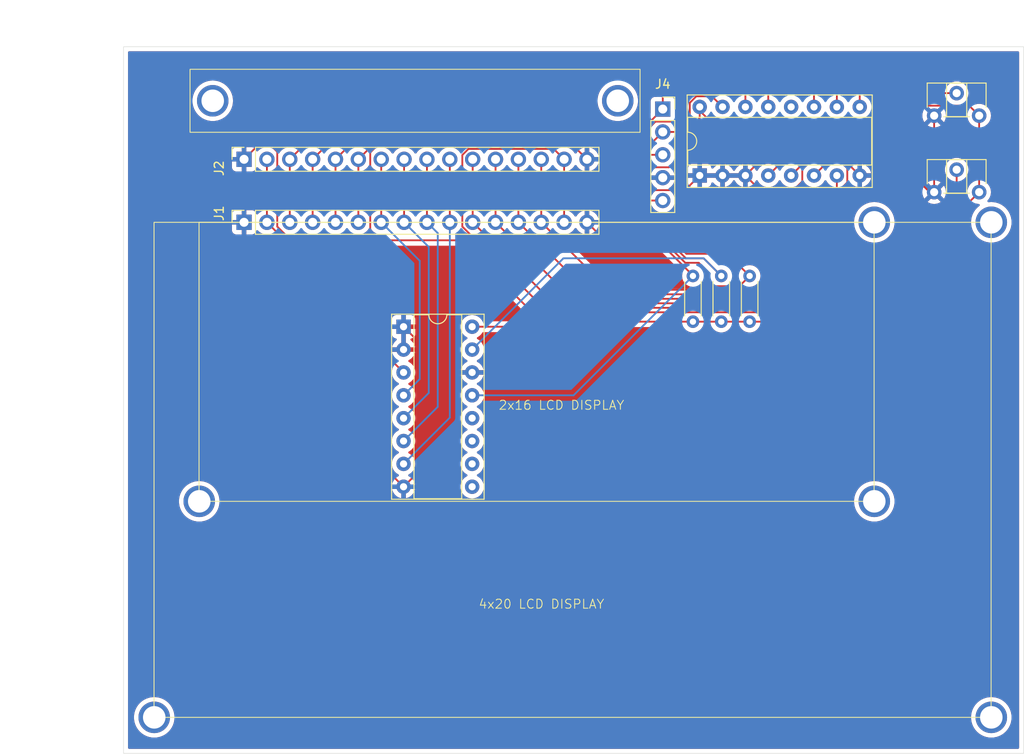
<source format=kicad_pcb>
(kicad_pcb (version 20240108) (generator "pcbnew") (generator_version "8.0")
  (layers (0 "F.Cu" signal) (31 "B.Cu" signal) (34 "B.Paste" user) (35 "F.Paste" user) (36 "B.SilkS" user "B.Silkscreen") (37 "F.SilkS" user "F.Silkscreen") (38 "B.Mask" user) (39 "F.Mask" user) (44 "Edge.Cuts" user))
  (net 0 "")
  (net 1 "GND")
  (net 2 "Net-(J1-Pin_6)")
  (net 3 "VDD")
  (net 4 "Net-(J4-Pin_SCL)")
  (net 5 "Net-(J4-Pin_GND)")
  (net 6 "Net-(J1-Pin_10)")
  (net 7 "Net-(J4-Pin_VDD)")
  (net 8 "Net-(J1-Pin_9)")
  (net 9 "Net-(J1-Pin_14)")
  (net 10 "Net-(J1-Pin_15)")
  (net 12 "Net-(J1-Pin_11)")
  (net 13 "Net-(J1-Pin_5)")
  (net 14 "Net-(J1-Pin_12)")
  (net 15 "Net-(J1-Pin_8)")
  (net 16 "Net-(J1-Pin_7)")
  (net 17 "Net-(J1-Pin_3)")
  (net 18 "Net-(J1-Pin_4)")
  (net 19 "Net-(J1-Pin_13)")
  (footprint "Connector_PinSocket_2.54mm:PinSocket_1x16_P2.54mm_Vertical" (layer "F.Cu") (at 59.48 83 90)
    (property "Reference" "J1" (at 1 -2.77 90) (layer "F.SilkS"))
    (property "Value" "Conn_01x16_Pin" (hide yes))
    (fp_line (start 1.33 -1.33) (end 1.33 0) (stroke (width 0.12)) (layer "F.SilkS"))
    (fp_line (start 0 -1.33) (end 1.33 -1.33) (stroke (width 0.12)) (layer "F.SilkS"))
    (fp_line (start 1.33 1.27) (end 1.33 39.43) (stroke (width 0.12)) (layer "F.SilkS"))
    (fp_line (start -1.33 1.27) (end 1.33 1.27) (stroke (width 0.12)) (layer "F.SilkS"))
    (fp_line (start -1.33 1.27) (end -1.33 39.43) (stroke (width 0.12)) (layer "F.SilkS"))
    (fp_line (start -1.33 39.43) (end 1.33 39.43) (stroke (width 0.12)) (layer "F.SilkS"))
    (pad "1" thru_hole rect (at 0 0 90) (size 1.7 1.7) (drill 1) (layers "*.Cu" "*.Mask") (net 1 "GND"))
    (pad "2" thru_hole oval (at 0 2.54 90) (size 1.7 1.7) (drill 1) (layers "*.Cu" "*.Mask") (net 3 "VDD"))
    (pad "3" thru_hole oval (at 0 5.08 90) (size 1.7 1.7) (drill 1) (layers "*.Cu" "*.Mask") (net 17 "Net-(J1-Pin_3)"))
    (pad "4" thru_hole oval (at 0 7.62 90) (size 1.7 1.7) (drill 1) (layers "*.Cu" "*.Mask") (net 18 "Net-(J1-Pin_4)"))
    (pad "5" thru_hole oval (at 0 10.16 90) (size 1.7 1.7) (drill 1) (layers "*.Cu" "*.Mask") (net 13 "Net-(J1-Pin_5)"))
    (pad "6" thru_hole oval (at 0 12.7 90) (size 1.7 1.7) (drill 1) (layers "*.Cu" "*.Mask") (net 2 "Net-(J1-Pin_6)"))
    (pad "7" thru_hole oval (at 0 15.24 90) (size 1.7 1.7) (drill 1) (layers "*.Cu" "*.Mask") (net 16 "Net-(J1-Pin_7)"))
    (pad "8" thru_hole oval (at 0 17.78 90) (size 1.7 1.7) (drill 1) (layers "*.Cu" "*.Mask") (net 15 "Net-(J1-Pin_8)"))
    (pad "9" thru_hole oval (at 0 20.32 90) (size 1.7 1.7) (drill 1) (layers "*.Cu" "*.Mask") (net 8 "Net-(J1-Pin_9)"))
    (pad "10" thru_hole oval (at 0 22.86 90) (size 1.7 1.7) (drill 1) (layers "*.Cu" "*.Mask") (net 6 "Net-(J1-Pin_10)"))
    (pad "11" thru_hole oval (at 0 25.4 90) (size 1.7 1.7) (drill 1) (layers "*.Cu" "*.Mask") (net 12 "Net-(J1-Pin_11)"))
    (pad "12" thru_hole oval (at 0 27.94 90) (size 1.7 1.7) (drill 1) (layers "*.Cu" "*.Mask") (net 14 "Net-(J1-Pin_12)"))
    (pad "13" thru_hole oval (at 0 30.48 90) (size 1.7 1.7) (drill 1) (layers "*.Cu" "*.Mask") (net 19 "Net-(J1-Pin_13)"))
    (pad "14" thru_hole oval (at 0 33.02 90) (size 1.7 1.7) (drill 1) (layers "*.Cu" "*.Mask") (net 9 "Net-(J1-Pin_14)"))
    (pad "15" thru_hole oval (at 0 35.56 90) (size 1.7 1.7) (drill 1) (layers "*.Cu" "*.Mask") (net 10 "Net-(J1-Pin_15)"))
    (pad "16" thru_hole oval (at 0 38.1 90) (size 1.7 1.7) (drill 1) (layers "*.Cu" "*.Mask") (net 1 "GND"))
  )
  (footprint "Potentiometer_THT:Potentiometer_ACP_CA6-H2,5_Horizontal" (layer "F.Cu") (at 136.15 79.65 90)
    (property "Reference" "RV2" (hide yes))
    (property "Value" "10k")
    (fp_line (start 3.62 -0.77) (end 3.62 5.77) (stroke (width 0.12)) (layer "F.SilkS"))
    (fp_line (start 0.925 -0.77) (end 3.62 -0.77) (stroke (width 0.12)) (layer "F.SilkS"))
    (fp_line (start -0.121 1.066) (end -0.121 3.935) (stroke (width 0.12)) (layer "F.SilkS"))
    (fp_line (start 3.62 1.38) (end 3.62 3.62) (stroke (width 0.12)) (layer "F.SilkS"))
    (fp_line (start -0.121 1.38) (end 3.62 1.38) (stroke (width 0.12)) (layer "F.SilkS"))
    (fp_line (start -0.121 1.38) (end -0.121 3.62) (stroke (width 0.12)) (layer "F.SilkS"))
    (fp_line (start -0.121 3.62) (end 3.62 3.62) (stroke (width 0.12)) (layer "F.SilkS"))
    (fp_line (start 0.925 5.77) (end 3.62 5.77) (stroke (width 0.12)) (layer "F.SilkS"))
    (pad "1" thru_hole circle (at 0 0 90) (size 1.62 1.62) (drill 0.9) (layers "*.Cu" "*.Mask") (net 1 "GND"))
    (pad "2" thru_hole circle (at 2.5 2.5 90) (size 1.62 1.62) (drill 0.9) (layers "*.Cu" "*.Mask") (net 10 "Net-(J1-Pin_15)"))
    (pad "3" thru_hole circle (at 0 5 90) (size 1.62 1.62) (drill 0.9) (layers "*.Cu" "*.Mask") (net 3 "VDD"))
  )
  (footprint "Resistor_THT:R_Axial_DIN0204_L3.6mm_D1.6mm_P5.08mm_Horizontal" (layer "F.Cu") (at 109.35 94.04 90)
    (property "Reference" "R3" (hide yes))
    (property "Value" "10k")
    (fp_line (start 0.62 -0.92) (end 4.46 -0.92) (stroke (width 0.12)) (layer "F.SilkS"))
    (fp_line (start 0.62 0.92) (end 4.46 0.92) (stroke (width 0.12)) (layer "F.SilkS"))
    (pad "1" thru_hole circle (at 0 0 90) (size 1.4 1.4) (drill 0.7) (layers "*.Cu" "*.Mask") (net 3 "VDD"))
    (pad "2" thru_hole oval (at 5.08 0 90) (size 1.4 1.4) (drill 0.7) (layers "*.Cu" "*.Mask") (net 7 "Net-(J4-Pin_VDD)"))
  )
  (footprint "Connector_PinSocket_2.54mm:PinSocket_1x05_P2.54mm_Vertical" (layer "F.Cu") (at 106 70.42)
    (property "Reference" "J4" (at 0 -2.77 0) (layer "F.SilkS"))
    (property "Value" "Conn_01x05_Socket" (hide yes))
    (fp_line (start -1.33 1.27) (end -1.33 11.49) (stroke (width 0.12)) (layer "F.SilkS"))
    (fp_line (start -1.33 1.27) (end 1.33 1.27) (stroke (width 0.12)) (layer "F.SilkS"))
    (fp_line (start -1.33 11.49) (end 1.33 11.49) (stroke (width 0.12)) (layer "F.SilkS"))
    (fp_line (start 0 -1.33) (end 1.33 -1.33) (stroke (width 0.12)) (layer "F.SilkS"))
    (fp_line (start 1.33 -1.33) (end 1.33 0) (stroke (width 0.12)) (layer "F.SilkS"))
    (fp_line (start 1.33 1.27) (end 1.33 11.49) (stroke (width 0.12)) (layer "F.SilkS"))
    (pad "1" thru_hole rect (at 0 0) (size 1.7 1.7) (drill 1) (layers "*.Cu" "*.Mask") (net 7 "Net-(J4-Pin_VDD)"))
    (pad "2" thru_hole oval (at 0 2.54) (size 1.7 1.7) (drill 1) (layers "*.Cu" "*.Mask") (net 5 "Net-(J4-Pin_GND)"))
    (pad "3" thru_hole oval (at 0 5.08) (size 1.7 1.7) (drill 1) (layers "*.Cu" "*.Mask") (net 4 "Net-(J4-Pin_SCL)"))
    (pad "4" thru_hole oval (at 0 7.62) (size 1.7 1.7) (drill 1) (layers "*.Cu" "*.Mask") (net 1 "GND"))
    (pad "5" thru_hole oval (at 0 10.16) (size 1.7 1.7) (drill 1) (layers "*.Cu" "*.Mask") (net 3 "VDD"))
  )
  (footprint "Package_DIP:DIP-16_W7.62mm_Socket" (layer "F.Cu") (at 110.1 77.8 90)
    (property "Reference" "U1" (hide yes))
    (property "Value" "PCF8574A")
    (fp_line (start 8.95 -1.39) (end -1.33 -1.39) (stroke (width 0.12)) (layer "F.SilkS"))
    (fp_line (start -1.33 -1.39) (end -1.33 19.17) (stroke (width 0.12)) (layer "F.SilkS"))
    (fp_line (start 6.46 -1.33) (end 4.81 -1.33) (stroke (width 0.12)) (layer "F.SilkS"))
    (fp_line (start 2.81 -1.33) (end 1.16 -1.33) (stroke (width 0.12)) (layer "F.SilkS"))
    (fp_line (start 1.16 -1.33) (end 1.16 19.11) (stroke (width 0.12)) (layer "F.SilkS"))
    (fp_line (start 6.46 19.11) (end 6.46 -1.33) (stroke (width 0.12)) (layer "F.SilkS"))
    (fp_line (start 1.16 19.11) (end 6.46 19.11) (stroke (width 0.12)) (layer "F.SilkS"))
    (fp_line (start 8.95 19.17) (end 8.95 -1.39) (stroke (width 0.12)) (layer "F.SilkS"))
    (fp_line (start -1.33 19.17) (end 8.95 19.17) (stroke (width 0.12)) (layer "F.SilkS"))
    (fp_arc (start 4.81 -1.33) (mid 3.81 -0.33) (end 2.81 -1.33) (stroke (width 0.12)) (layer "F.SilkS"))
    (pad "1" thru_hole rect (at 0 0 90) (size 1.6 1.6) (drill 0.8) (layers "*.Cu" "*.Mask") (net 1 "GND"))
    (pad "2" thru_hole oval (at 0 2.54 90) (size 1.6 1.6) (drill 0.8) (layers "*.Cu" "*.Mask") (net 1 "GND"))
    (pad "3" thru_hole oval (at 0 5.08 90) (size 1.6 1.6) (drill 0.8) (layers "*.Cu" "*.Mask") (net 1 "GND"))
    (pad "4" thru_hole oval (at 0 7.62 90) (size 1.6 1.6) (drill 0.8) (layers "*.Cu" "*.Mask") (net 12 "Net-(J1-Pin_11)"))
    (pad "5" thru_hole oval (at 0 10.16 90) (size 1.6 1.6) (drill 0.8) (layers "*.Cu" "*.Mask") (net 14 "Net-(J1-Pin_12)"))
    (pad "6" thru_hole oval (at 0 12.7 90) (size 1.6 1.6) (drill 0.8) (layers "*.Cu" "*.Mask") (net 19 "Net-(J1-Pin_13)"))
    (pad "7" thru_hole oval (at 0 15.24 90) (size 1.6 1.6) (drill 0.8) (layers "*.Cu" "*.Mask") (net 9 "Net-(J1-Pin_14)"))
    (pad "8" thru_hole oval (at 0 17.78 90) (size 1.6 1.6) (drill 0.8) (layers "*.Cu" "*.Mask") (net 1 "GND"))
    (pad "9" thru_hole oval (at 7.62 17.78 90) (size 1.6 1.6) (drill 0.8) (layers "*.Cu" "*.Mask") (net 18 "Net-(J1-Pin_4)"))
    (pad "10" thru_hole oval (at 7.62 15.24 90) (size 1.6 1.6) (drill 0.8) (layers "*.Cu" "*.Mask") (net 13 "Net-(J1-Pin_5)"))
    (pad "11" thru_hole oval (at 7.62 12.7 90) (size 1.6 1.6) (drill 0.8) (layers "*.Cu" "*.Mask") (net 2 "Net-(J1-Pin_6)"))
    (pad "12" thru_hole oval (at 7.62 10.16 90) (size 1.6 1.6) (drill 0.8) (layers "*.Cu" "*.Mask"))
    (pad "13" thru_hole oval (at 7.62 7.62 90) (size 1.6 1.6) (drill 0.8) (layers "*.Cu" "*.Mask") (net 7 "Net-(J4-Pin_VDD)"))
    (pad "14" thru_hole oval (at 7.62 5.08 90) (size 1.6 1.6) (drill 0.8) (layers "*.Cu" "*.Mask") (net 4 "Net-(J4-Pin_SCL)"))
    (pad "15" thru_hole oval (at 7.62 2.54 90) (size 1.6 1.6) (drill 0.8) (layers "*.Cu" "*.Mask") (net 5 "Net-(J4-Pin_GND)"))
    (pad "16" thru_hole oval (at 7.62 0 90) (size 1.6 1.6) (drill 0.8) (layers "*.Cu" "*.Mask") (net 3 "VDD"))
  )
  (footprint "Resistor_THT:R_Axial_DIN0204_L3.6mm_D1.6mm_P5.08mm_Horizontal" (layer "F.Cu") (at 112.5 94.04 90)
    (property "Reference" "R2" (hide yes))
    (property "Value" "10k")
    (fp_line (start 0.62 -0.92) (end 4.46 -0.92) (stroke (width 0.12)) (layer "F.SilkS"))
    (fp_line (start 0.62 0.92) (end 4.46 0.92) (stroke (width 0.12)) (layer "F.SilkS"))
    (pad "1" thru_hole circle (at 0 0 90) (size 1.4 1.4) (drill 0.7) (layers "*.Cu" "*.Mask") (net 3 "VDD"))
    (pad "2" thru_hole oval (at 5.08 0 90) (size 1.4 1.4) (drill 0.7) (layers "*.Cu" "*.Mask") (net 5 "Net-(J4-Pin_GND)"))
  )
  (footprint "Resistor_THT:R_Axial_DIN0204_L3.6mm_D1.6mm_P5.08mm_Horizontal" (layer "F.Cu") (at 115.65 94.04 90)
    (property "Reference" "R1" (hide yes))
    (property "Value" "10k")
    (fp_line (start 0.62 -0.92) (end 4.46 -0.92) (stroke (width 0.12)) (layer "F.SilkS"))
    (fp_line (start 0.62 0.92) (end 4.46 0.92) (stroke (width 0.12)) (layer "F.SilkS"))
    (pad "1" thru_hole circle (at 0 0 90) (size 1.4 1.4) (drill 0.7) (layers "*.Cu" "*.Mask") (net 3 "VDD"))
    (pad "2" thru_hole oval (at 5.08 0 90) (size 1.4 1.4) (drill 0.7) (layers "*.Cu" "*.Mask") (net 4 "Net-(J4-Pin_SCL)"))
  )
  (footprint "Connector_PinSocket_2.54mm:PinSocket_1x16_P2.54mm_Vertical" (layer "F.Cu") (at 59.48 76 90)
    (property "Reference" "J2" (at -1 -2.77 90) (layer "F.SilkS"))
    (property "Value" "Conn_01x16_Pin" (hide yes))
    (fp_line (start 1.33 -1.33) (end 1.33 0) (stroke (width 0.12)) (layer "F.SilkS"))
    (fp_line (start 0 -1.33) (end 1.33 -1.33) (stroke (width 0.12)) (layer "F.SilkS"))
    (fp_line (start 1.33 1.27) (end 1.33 39.43) (stroke (width 0.12)) (layer "F.SilkS"))
    (fp_line (start -1.33 1.27) (end 1.33 1.27) (stroke (width 0.12)) (layer "F.SilkS"))
    (fp_line (start -1.33 1.27) (end -1.33 39.43) (stroke (width 0.12)) (layer "F.SilkS"))
    (fp_line (start -1.33 39.43) (end 1.33 39.43) (stroke (width 0.12)) (layer "F.SilkS"))
    (pad "1" thru_hole rect (at 0 0 90) (size 1.7 1.7) (drill 1) (layers "*.Cu" "*.Mask") (net 1 "GND"))
    (pad "2" thru_hole oval (at 0 2.54 90) (size 1.7 1.7) (drill 1) (layers "*.Cu" "*.Mask") (net 3 "VDD"))
    (pad "3" thru_hole oval (at 0 5.08 90) (size 1.7 1.7) (drill 1) (layers "*.Cu" "*.Mask") (net 17 "Net-(J1-Pin_3)"))
    (pad "4" thru_hole oval (at 0 7.62 90) (size 1.7 1.7) (drill 1) (layers "*.Cu" "*.Mask") (net 18 "Net-(J1-Pin_4)"))
    (pad "5" thru_hole oval (at 0 10.16 90) (size 1.7 1.7) (drill 1) (layers "*.Cu" "*.Mask") (net 13 "Net-(J1-Pin_5)"))
    (pad "6" thru_hole oval (at 0 12.7 90) (size 1.7 1.7) (drill 1) (layers "*.Cu" "*.Mask") (net 2 "Net-(J1-Pin_6)"))
    (pad "7" thru_hole oval (at 0 15.24 90) (size 1.7 1.7) (drill 1) (layers "*.Cu" "*.Mask") (net 16 "Net-(J1-Pin_7)"))
    (pad "8" thru_hole oval (at 0 17.78 90) (size 1.7 1.7) (drill 1) (layers "*.Cu" "*.Mask") (net 15 "Net-(J1-Pin_8)"))
    (pad "9" thru_hole oval (at 0 20.32 90) (size 1.7 1.7) (drill 1) (layers "*.Cu" "*.Mask") (net 8 "Net-(J1-Pin_9)"))
    (pad "10" thru_hole oval (at 0 22.86 90) (size 1.7 1.7) (drill 1) (layers "*.Cu" "*.Mask") (net 6 "Net-(J1-Pin_10)"))
    (pad "11" thru_hole oval (at 0 25.4 90) (size 1.7 1.7) (drill 1) (layers "*.Cu" "*.Mask") (net 12 "Net-(J1-Pin_11)"))
    (pad "12" thru_hole oval (at 0 27.94 90) (size 1.7 1.7) (drill 1) (layers "*.Cu" "*.Mask") (net 14 "Net-(J1-Pin_12)"))
    (pad "13" thru_hole oval (at 0 30.48 90) (size 1.7 1.7) (drill 1) (layers "*.Cu" "*.Mask") (net 19 "Net-(J1-Pin_13)"))
    (pad "14" thru_hole oval (at 0 33.02 90) (size 1.7 1.7) (drill 1) (layers "*.Cu" "*.Mask") (net 9 "Net-(J1-Pin_14)"))
    (pad "15" thru_hole oval (at 0 35.56 90) (size 1.7 1.7) (drill 1) (layers "*.Cu" "*.Mask") (net 10 "Net-(J1-Pin_15)"))
    (pad "16" thru_hole oval (at 0 38.1 90) (size 1.7 1.7) (drill 1) (layers "*.Cu" "*.Mask") (net 1 "GND"))
  )
  (footprint "Package_DIP:DIP-16_W7.62mm_Socket" (layer "F.Cu") (at 77.2 94.6)
    (property "Reference" "U2" (hide yes))
    (property "Value" "PCF8574A")
    (fp_line (start -1.33 -1.39) (end -1.33 19.17) (stroke (width 0.12)) (layer "F.SilkS"))
    (fp_line (start -1.33 19.17) (end 8.95 19.17) (stroke (width 0.12)) (layer "F.SilkS"))
    (fp_line (start 1.16 -1.33) (end 1.16 19.11) (stroke (width 0.12)) (layer "F.SilkS"))
    (fp_line (start 1.16 19.11) (end 6.46 19.11) (stroke (width 0.12)) (layer "F.SilkS"))
    (fp_line (start 2.81 -1.33) (end 1.16 -1.33) (stroke (width 0.12)) (layer "F.SilkS"))
    (fp_line (start 6.46 -1.33) (end 4.81 -1.33) (stroke (width 0.12)) (layer "F.SilkS"))
    (fp_line (start 6.46 19.11) (end 6.46 -1.33) (stroke (width 0.12)) (layer "F.SilkS"))
    (fp_line (start 8.95 -1.39) (end -1.33 -1.39) (stroke (width 0.12)) (layer "F.SilkS"))
    (fp_line (start 8.95 19.17) (end 8.95 -1.39) (stroke (width 0.12)) (layer "F.SilkS"))
    (fp_arc (start 4.81 -1.33) (mid 3.81 -0.33) (end 2.81 -1.33) (stroke (width 0.12)) (layer "F.SilkS"))
    (pad "1" thru_hole rect (at 0 0) (size 1.6 1.6) (drill 0.8) (layers "*.Cu" "*.Mask") (net 1 "GND"))
    (pad "2" thru_hole oval (at 0 2.54) (size 1.6 1.6) (drill 0.8) (layers "*.Cu" "*.Mask") (net 1 "GND"))
    (pad "3" thru_hole oval (at 0 5.08) (size 1.6 1.6) (drill 0.8) (layers "*.Cu" "*.Mask") (net 3 "VDD"))
    (pad "4" thru_hole oval (at 0 7.62) (size 1.6 1.6) (drill 0.8) (layers "*.Cu" "*.Mask") (net 16 "Net-(J1-Pin_7)"))
    (pad "5" thru_hole oval (at 0 10.16) (size 1.6 1.6) (drill 0.8) (layers "*.Cu" "*.Mask") (net 15 "Net-(J1-Pin_8)"))
    (pad "6" thru_hole oval (at 0 12.7) (size 1.6 1.6) (drill 0.8) (layers "*.Cu" "*.Mask") (net 8 "Net-(J1-Pin_9)"))
    (pad "7" thru_hole oval (at 0 15.24) (size 1.6 1.6) (drill 0.8) (layers "*.Cu" "*.Mask") (net 6 "Net-(J1-Pin_10)"))
    (pad "8" thru_hole oval (at 0 17.78) (size 1.6 1.6) (drill 0.8) (layers "*.Cu" "*.Mask") (net 1 "GND"))
    (pad "9" thru_hole oval (at 7.62 17.78) (size 1.6 1.6) (drill 0.8) (layers "*.Cu" "*.Mask"))
    (pad "10" thru_hole oval (at 7.62 15.24) (size 1.6 1.6) (drill 0.8) (layers "*.Cu" "*.Mask"))
    (pad "11" thru_hole oval (at 7.62 12.7) (size 1.6 1.6) (drill 0.8) (layers "*.Cu" "*.Mask"))
    (pad "12" thru_hole oval (at 7.62 10.16) (size 1.6 1.6) (drill 0.8) (layers "*.Cu" "*.Mask"))
    (pad "13" thru_hole oval (at 7.62 7.62) (size 1.6 1.6) (drill 0.8) (layers "*.Cu" "*.Mask") (net 7 "Net-(J4-Pin_VDD)"))
    (pad "14" thru_hole oval (at 7.62 5.08) (size 1.6 1.6) (drill 0.8) (layers "*.Cu" "*.Mask") (net 1 "GND"))
    (pad "15" thru_hole oval (at 7.62 2.54) (size 1.6 1.6) (drill 0.8) (layers "*.Cu" "*.Mask") (net 5 "Net-(J4-Pin_GND)"))
    (pad "16" thru_hole oval (at 7.62 0) (size 1.6 1.6) (drill 0.8) (layers "*.Cu" "*.Mask") (net 3 "VDD"))
  )
  (footprint "Potentiometer_THT:Potentiometer_ACP_CA6-H2,5_Horizontal" (layer "F.Cu") (at 136.15 71.15 90)
    (property "Reference" "RV1" (hide yes))
    (property "Value" "10k")
    (fp_line (start 3.62 -0.77) (end 3.62 5.77) (stroke (width 0.12)) (layer "F.SilkS"))
    (fp_line (start 0.925 -0.77) (end 3.62 -0.77) (stroke (width 0.12)) (layer "F.SilkS"))
    (fp_line (start -0.121 1.066) (end -0.121 3.935) (stroke (width 0.12)) (layer "F.SilkS"))
    (fp_line (start 3.62 1.38) (end 3.62 3.62) (stroke (width 0.12)) (layer "F.SilkS"))
    (fp_line (start -0.121 1.38) (end 3.62 1.38) (stroke (width 0.12)) (layer "F.SilkS"))
    (fp_line (start -0.121 1.38) (end -0.121 3.62) (stroke (width 0.12)) (layer "F.SilkS"))
    (fp_line (start -0.121 3.62) (end 3.62 3.62) (stroke (width 0.12)) (layer "F.SilkS"))
    (fp_line (start 0.925 5.77) (end 3.62 5.77) (stroke (width 0.12)) (layer "F.SilkS"))
    (pad "1" thru_hole circle (at 0 0 90) (size 1.62 1.62) (drill 0.9) (layers "*.Cu" "*.Mask") (net 1 "GND"))
    (pad "2" thru_hole circle (at 2.5 2.5 90) (size 1.62 1.62) (drill 0.9) (layers "*.Cu" "*.Mask") (net 17 "Net-(J1-Pin_3)"))
    (pad "3" thru_hole circle (at 0 5 90) (size 1.62 1.62) (drill 0.9) (layers "*.Cu" "*.Mask") (net 3 "VDD"))
  )
  (gr_rect (start 53.48 66) (end 103.48 73) (stroke (width 0.1)) (fill none) (layer "F.SilkS"))
  (gr_rect (start 54.48 83) (end 129.48 114) (stroke (width 0.1)) (fill none) (layer "F.SilkS"))
  (gr_rect (start 49.48 83) (end 142.48 138) (stroke (width 0.1)) (fill none) (layer "F.SilkS"))
  (gr_rect (start 46.09 63.5) (end 146.09 142) (stroke (width 0.05)) (fill none) (layer "Edge.Cuts"))
  (gr_text "2x16 LCD DISPLAY\n" (at 87.7 103.9 0) (layer "F.SilkS") (effects (font (size 1 1) (thickness 0.1)) (justify left bottom)))
  (gr_text "4x20 LCD DISPLAY\n" (at 85.48 126 0) (layer "F.SilkS") (effects (font (size 1 1) (thickness 0.1)) (justify left bottom)))
  (via (at 129.5 114) (size 3.5) (drill 2.5) (layers "F.Cu" "B.Cu") (net 0))
  (via (at 49.5 138) (size 3.5) (drill 2.5) (layers "F.Cu" "B.Cu") (net 0))
  (via (at 101 69.5) (size 3.5) (drill 2.5) (layers "F.Cu" "B.Cu") (net 0))
  (via (at 142.5 83) (size 3.5) (drill 2.5) (layers "F.Cu" "B.Cu") (net 0))
  (via (at 54.5 114) (size 3.5) (drill 2.5) (layers "F.Cu" "B.Cu") (net 0))
  (via (at 142.5 138) (size 3.5) (drill 2.5) (layers "F.Cu" "B.Cu") (net 0))
  (via (at 56 69.5) (size 3.5) (drill 2.5) (layers "F.Cu" "B.Cu") (net 0))
  (via (at 129.5 83) (size 3.5) (drill 2.5) (layers "F.Cu" "B.Cu") (net 0))
  (segment (start 62.5 74.5) (end 60.98 74.5) (width 0.2) (layer "F.Cu") (net 1))
  (segment (start 121.5 78.455635) (end 120.455635 79.5) (width 0.2) (layer "F.Cu") (net 1))
  (segment (start 110.1 77.8) (end 108.47 79.43) (width 0.2) (layer "F.Cu") (net 1))
  (segment (start 110.1 77.8) (end 112.64 77.8) (width 0.2) (layer "F.Cu") (net 1))
  (segment (start 82.05 107.53) (end 82.05 99.45) (width 0.2) (layer "F.Cu") (net 1))
  (segment (start 122.825686 75.8) (end 121.5 77.125686) (width 0.2) (layer "F.Cu") (net 1))
  (segment (start 73 84.5) (end 64.193654 84.5) (width 0.2) (layer "F.Cu") (net 1))
  (segment (start 110.1 77.8) (end 110.35 78.05) (width 0.2) (layer "F.Cu") (net 1))
  (segment (start 120.455635 79.5) (end 116.88 79.5) (width 0.2) (layer "F.Cu") (net 1))
  (segment (start 104.43 79.43) (end 103.75 78.75) (width 0.2) (layer "F.Cu") (net 1))
  (segment (start 82.28 99.68) (end 84.82 99.68) (width 0.2) (layer "F.Cu") (net 1))
  (segment (start 108.47 79.43) (end 104.43 79.43) (width 0.2) (layer "F.Cu") (net 1))
  (segment (start 64.193654 84.5) (end 63.17 83.476346) (width 0.2) (layer "F.Cu") (net 1))
  (segment (start 122 81.044365) (end 122 89.67157) (width 0.2) (layer "F.Cu") (net 1))
  (segment (start 59.48 94.66) (end 59.48 83) (width 0.2) (layer "F.Cu") (net 1))
  (segment (start 127.88 77.8) (end 125.88 75.8) (width 0.2) (layer "F.Cu") (net 1))
  (segment (start 77.2 112.38) (end 82.05 107.53) (width 0.2) (layer "F.Cu") (net 1))
  (segment (start 77.2 94.6) (end 82.05 99.45) (width 0.2) (layer "F.Cu") (net 1))
  (segment (start 121.17157 90.5) (end 105.08 90.5) (width 0.2) (layer "F.Cu") (net 1))
  (segment (start 116.88 79.5) (end 115.18 77.8) (width 0.2) (layer "F.Cu") (net 1))
  (segment (start 125.88 75.8) (end 122.825686 75.8) (width 0.2) (layer "F.Cu") (net 1))
  (segment (start 130.6 74.6) (end 118.38 74.6) (width 0.2) (layer "F.Cu") (net 1))
  (segment (start 73.5 75.245686) (end 73.5 84) (width 0.2) (layer "F.Cu") (net 1))
  (segment (start 120.455635 79.5) (end 122 81.044365) (width 0.2) (layer "F.Cu") (net 1))
  (segment (start 104.46 78.04) (end 106 78.04) (width 0.2) (layer "F.Cu") (net 1))
  (segment (start 121.5 77.125686) (end 121.5 78.455635) (width 0.2) (layer "F.Cu") (net 1))
  (segment (start 118.38 74.6) (end 115.18 77.8) (width 0.2) (layer "F.Cu") (net 1))
  (segment (start 112.64 77.8) (end 115.18 77.8) (width 0.2) (layer "F.Cu") (net 1))
  (segment (start 136.15 79.65) (end 135.65 79.65) (width 0.2) (layer "F.Cu") (net 1))
  (segment (start 122 89.67157) (end 121.17157 90.5) (width 0.2) (layer "F.Cu") (net 1))
  (segment (start 63.17 75.17) (end 62.5 74.5) (width 0.2) (layer "F.Cu") (net 1))
  (segment (start 63.17 83.476346) (end 63.17 75.17) (width 0.2) (layer "F.Cu") (net 1))
  (segment (start 82.05 99.45) (end 82.28 99.68) (width 0.2) (layer "F.Cu") (net 1))
  (segment (start 77.2 112.38) (end 59.48 94.66) (width 0.2) (layer "F.Cu") (net 1))
  (segment (start 60.98 74.5) (end 59.48 76) (width 0.2) (layer "F.Cu") (net 1))
  (segment (start 135.65 79.65) (end 130.6 74.6) (width 0.2) (layer "F.Cu") (net 1))
  (segment (start 105.08 90.5) (end 97.58 83) (width 0.2) (layer "F.Cu") (net 1))
  (segment (start 96.03 74.45) (end 74.295686 74.45) (width 0.2) (layer "F.Cu") (net 1))
  (segment (start 73.5 84) (end 73 84.5) (width 0.2) (layer "F.Cu") (net 1))
  (segment (start 74.295686 74.45) (end 73.5 75.245686) (width 0.2) (layer "F.Cu") (net 1))
  (segment (start 59.48 76) (end 59.48 83) (width 0.2) (layer "F.Cu") (net 1))
  (segment (start 127.88 77.8) (end 127.780862 77.8) (width 0.2) (layer "F.Cu") (net 1))
  (segment (start 136.15 79.65) (end 136.15 71.15) (width 0.2) (layer "F.Cu") (net 1))
  (segment (start 97.58 76) (end 97.58 83) (width 0.2) (layer "F.Cu") (net 1))
  (segment (start 97.58 76) (end 96.03 74.45) (width 0.2) (layer "F.Cu") (net 1))
  (segment (start 103.75 78.75) (end 104.46 78.04) (width 0.2) (layer "F.Cu") (net 1))
  (segment (start 77.2 94.6) (end 77.2 97.14) (width 0.2) (layer "F.Cu") (net 1))
  (segment (start 122.8 70.18) (end 122.8 67.8) (width 0.2) (layer "F.Cu") (net 2))
  (segment (start 72.18 76) (end 72.18 83) (width 0.2) (layer "F.Cu") (net 2))
  (segment (start 122.8 67.8) (end 122 67) (width 0.2) (layer "F.Cu") (net 2))
  (segment (start 122 67) (end 81.18 67) (width 0.2) (layer "F.Cu") (net 2))
  (segment (start 81.18 67) (end 72.18 76) (width 0.2) (layer "F.Cu") (net 2))
  (segment (start 141.15 79.65) (end 126.76 94.04) (width 0.2) (layer "F.Cu") (net 3))
  (segment (start 107.5 76.063173) (end 106.673173 76.89) (width 0.2) (layer "F.Cu") (net 3))
  (segment (start 112.5 94.04) (end 109.35 94.04) (width 0.2) (layer "F.Cu") (net 3))
  (segment (start 106.673173 76.89) (end 103.201372 76.89) (width 0.2) (layer "F.Cu") (net 3))
  (segment (start 107.5 74.007157) (end 107.5 76.063173) (width 0.2) (layer "F.Cu") (net 3))
  (segment (start 110.1 71.407157) (end 107.5 74.007157) (width 0.2) (layer "F.Cu") (net 3))
  (segment (start 133.46 70.04) (end 130.5 73) (width 0.2) (layer "F.Cu") (net 3))
  (segment (start 115.65 94.04) (end 112.5 94.04) (width 0.2) (layer "F.Cu") (net 3))
  (segment (start 140.04 70.04) (end 133.46 70.04) (width 0.2) (layer "F.Cu") (net 3))
  (segment (start 102.1 77.991372) (end 102.1 79.402942) (width 0.2) (layer "F.Cu") (net 3))
  (segment (start 91.98 94.6) (end 92.54 94.04) (width 0.2) (layer "F.Cu") (net 3))
  (segment (start 62.02 83) (end 64.02 85) (width 0.2) (layer "F.Cu") (net 3))
  (segment (start 102.1 79.402942) (end 103.277058 80.58) (width 0.2) (layer "F.Cu") (net 3))
  (segment (start 110.1 70.18) (end 110.1 71.407157) (width 0.2) (layer "F.Cu") (net 3))
  (segment (start 62.02 76) (end 62.02 83) (width 0.2) (layer "F.Cu") (net 3))
  (segment (start 130.5 73) (end 112.5 73) (width 0.2) (layer "F.Cu") (net 3))
  (segment (start 141.15 71.15) (end 141.15 79.65) (width 0.2) (layer "F.Cu") (net 3))
  (segment (start 103.277058 80.58) (end 106 80.58) (width 0.2) (layer "F.Cu") (net 3))
  (segment (start 110.1 70.6) (end 110.1 70.18) (width 0.2) (layer "F.Cu") (net 3))
  (segment (start 83.5 85) (end 92.54 94.04) (width 0.2) (layer "F.Cu") (net 3))
  (segment (start 103.201372 76.89) (end 102.1 77.991372) (width 0.2) (layer "F.Cu") (net 3))
  (segment (start 126.76 94.04) (end 115.65 94.04) (width 0.2) (layer "F.Cu") (net 3))
  (segment (start 112.5 73) (end 110.1 70.6) (width 0.2) (layer "F.Cu") (net 3))
  (segment (start 77.2 99.68) (end 64.02 86.5) (width 0.2) (layer "F.Cu") (net 3))
  (segment (start 84.82 94.6) (end 91.98 94.6) (width 0.2) (layer "F.Cu") (net 3))
  (segment (start 64.02 86.5) (end 64.02 85) (width 0.2) (layer "F.Cu") (net 3))
  (segment (start 141.15 71.15) (end 140.04 70.04) (width 0.2) (layer "F.Cu") (net 3))
  (segment (start 64.02 85) (end 83.5 85) (width 0.2) (layer "F.Cu") (net 3))
  (segment (start 92.54 94.04) (end 109.35 94.04) (width 0.2) (layer "F.Cu") (net 3))
  (segment (start 108.985686 68) (end 108.151372 68.834314) (width 0.2) (layer "F.Cu") (net 4))
  (segment (start 104.025686 75.5) (end 106 75.5) (width 0.2) (layer "F.Cu") (net 4))
  (segment (start 101.7 77.825686) (end 104.025686 75.5) (width 0.2) (layer "F.Cu") (net 4))
  (segment (start 108.631372 86.5) (end 101.7 79.568628) (width 0.2) (layer "F.Cu") (net 4))
  (segment (start 108.151372 71.348628) (end 107.69 71.81) (width 0.2) (layer "F.Cu") (net 4))
  (segment (start 108.151372 68.834314) (end 108.151372 71.348628) (width 0.2) (layer "F.Cu") (net 4))
  (segment (start 110 87.5) (end 111 88.5) (width 0.2) (layer "F.Cu") (net 4))
  (segment (start 101.7 79.568628) (end 101.7 77.825686) (width 0.2) (layer "F.Cu") (net 4))
  (segment (start 111 88.5) (end 111 89.5) (width 0.2) (layer "F.Cu") (net 4))
  (segment (start 113.19 86.5) (end 108.631372 86.5) (width 0.2) (layer "F.Cu") (net 4))
  (segment (start 100.9 79.9) (end 108.5 87.5) (width 0.2) (layer "F.Cu") (net 4))
  (segment (start 114.51 90.1) (end 115.65 88.96) (width 0.2) (layer "F.Cu") (net 4))
  (segment (start 115.18 68.68) (end 114.5 68) (width 0.2) (layer "F.Cu") (net 4))
  (segment (start 100.9 76.1) (end 100.9 79.9) (width 0.2) (layer "F.Cu") (net 4))
  (segment (start 108.5 87.5) (end 110 87.5) (width 0.2) (layer "F.Cu") (net 4))
  (segment (start 111 89.5) (end 111.6 90.1) (width 0.2) (layer "F.Cu") (net 4))
  (segment (start 114.5 68) (end 108.985686 68) (width 0.2) (layer "F.Cu") (net 4))
  (segment (start 115.65 88.96) (end 113.19 86.5) (width 0.2) (layer "F.Cu") (net 4))
  (segment (start 111.6 90.1) (end 114.51 90.1) (width 0.2) (layer "F.Cu") (net 4))
  (segment (start 115.18 70.18) (end 115.18 68.68) (width 0.2) (layer "F.Cu") (net 4))
  (segment (start 107.69 71.81) (end 105.19 71.81) (width 0.2) (layer "F.Cu") (net 4))
  (segment (start 105.19 71.81) (end 100.9 76.1) (width 0.2) (layer "F.Cu") (net 4))
  (segment (start 106 72.96) (end 106.325686 72.96) (width 0.2) (layer "F.Cu") (net 5))
  (segment (start 109 69.724365) (end 109 71.448628) (width 0.2) (layer "F.Cu") (net 5))
  (segment (start 108.565686 87) (end 110.54 87) (width 0.2) (layer "F.Cu") (net 5))
  (segment (start 101.3 77.66) (end 101.3 79.734314) (width 0.2) (layer "F.Cu") (net 5))
  (segment (start 101.3 79.734314) (end 108.565686 87) (width 0.2) (layer "F.Cu") (net 5))
  (segment (start 107.488628 72.96) (end 106 72.96) (width 0.2) (layer "F.Cu") (net 5))
  (segment (start 110.54 87) (end 112.5 88.96) (width 0.2) (layer "F.Cu") (net 5))
  (segment (start 111.46 69) (end 109.724365 69) (width 0.2) (layer "F.Cu") (net 5))
  (segment (start 106 72.96) (end 101.3 77.66) (width 0.2) (layer "F.Cu") (net 5))
  (segment (start 112.64 70.18) (end 111.46 69) (width 0.2) (layer "F.Cu") (net 5))
  (segment (start 109.724365 69) (end 109 69.724365) (width 0.2) (layer "F.Cu") (net 5))
  (segment (start 109 71.448628) (end 107.488628 72.96) (width 0.2) (layer "F.Cu") (net 5))
  (segment (start 94.96 87) (end 110.54 87) (width 0.2) (layer "B.Cu") (net 5))
  (segment (start 84.82 97.14) (end 94.96 87) (width 0.2) (layer "B.Cu") (net 5))
  (segment (start 110.54 87) (end 112.5 88.96) (width 0.2) (layer "B.Cu") (net 5))
  (segment (start 82.34 76) (end 82.34 83) (width 0.2) (layer "F.Cu") (net 6))
  (segment (start 77.2 109.84) (end 82.34 104.7) (width 0.2) (layer "B.Cu") (net 6))
  (segment (start 82.34 104.7) (end 82.34 83) (width 0.2) (layer "B.Cu") (net 6))
  (segment (start 100.5 75.92) (end 106 70.42) (width 0.2) (layer "F.Cu") (net 7))
  (segment (start 100.5 80.065686) (end 100.5 75.92) (width 0.2) (layer "F.Cu") (net 7))
  (segment (start 106 70.42) (end 106 69) (width 0.2) (layer "F.Cu") (net 7))
  (segment (start 109.35 88.96) (end 109.35 88.915686) (width 0.2) (layer "F.Cu") (net 7))
  (segment (start 107.5 67.5) (end 116.5 67.5) (width 0.2) (layer "F.Cu") (net 7))
  (segment (start 109.35 88.96) (end 109 88.61) (width 0.2) (layer "F.Cu") (net 7))
  (segment (start 116.5 67.5) (end 117.72 68.72) (width 0.2) (layer "F.Cu") (net 7))
  (segment (start 117.72 68.72) (end 117.72 70.18) (width 0.2) (layer "F.Cu") (net 7))
  (segment (start 109.35 88.915686) (end 100.5 80.065686) (width 0.2) (layer "F.Cu") (net 7))
  (segment (start 106 69) (end 107.5 67.5) (width 0.2) (layer "F.Cu") (net 7))
  (segment (start 96.09 102.22) (end 109.35 88.96) (width 0.2) (layer "B.Cu") (net 7))
  (segment (start 84.82 102.22) (end 96.09 102.22) (width 0.2) (layer "B.Cu") (net 7))
  (segment (start 79.8 76) (end 79.8 83) (width 0.2) (layer "F.Cu") (net 8))
  (segment (start 77.2 107.3) (end 81 103.5) (width 0.2) (layer "B.Cu") (net 8))
  (segment (start 81 103.5) (end 81 84.2) (width 0.2) (layer "B.Cu") (net 8))
  (segment (start 81 84.2) (end 79.8 83) (width 0.2) (layer "B.Cu") (net 8))
  (segment (start 121.237256 91) (end 100.5 91) (width 0.2) (layer "F.Cu") (net 9))
  (segment (start 125.34 79.16) (end 122.5 82) (width 0.2) (layer "F.Cu") (net 9))
  (segment (start 122.5 82) (end 122.5 89.737256) (width 0.2) (layer "F.Cu") (net 9))
  (segment (start 122.5 89.737256) (end 121.237256 91) (width 0.2) (layer "F.Cu") (net 9))
  (segment (start 100.5 91) (end 92.5 83) (width 0.2) (layer "F.Cu") (net 9))
  (segment (start 92.5 76) (end 92.5 83) (width 0.2) (layer "F.Cu") (net 9))
  (segment (start 125.34 77.8) (end 125.34 79.16) (width 0.2) (layer "F.Cu") (net 9))
  (segment (start 84.403654 74.85) (end 93.89 74.85) (width 0.2) (layer "F.Cu") (net 10))
  (segment (start 83.73 83.476346) (end 83.73 75.523654) (width 0.2) (layer "F.Cu") (net 10))
  (segment (start 138.65 77.15) (end 138.65 80.85) (width 0.2) (layer "F.Cu") (net 10))
  (segment (start 138.65 80.85) (end 126.5 93) (width 0.2) (layer "F.Cu") (net 10))
  (segment (start 95.04 76) (end 95.04 83) (width 0.2) (layer "F.Cu") (net 10))
  (segment (start 126.5 93) (end 93.253654 93) (width 0.2) (layer "F.Cu") (net 10))
  (segment (start 93.253654 93) (end 83.73 83.476346) (width 0.2) (layer "F.Cu") (net 10))
  (segment (start 93.89 74.85) (end 95.04 76) (width 0.2) (layer "F.Cu") (net 10))
  (segment (start 83.73 75.523654) (end 84.403654 74.85) (width 0.2) (layer "F.Cu") (net 10))
  (segment (start 84.88 76) (end 84.88 83) (width 0.2) (layer "F.Cu") (net 12))
  (segment (start 134 84) (end 125.5 92.5) (width 0.2) (layer "F.Cu") (net 12))
  (segment (start 134 78.565686) (end 134 84) (width 0.2) (layer "F.Cu") (net 12))
  (segment (start 130.434314 75) (end 134 78.565686) (width 0.2) (layer "F.Cu") (net 12))
  (segment (start 125.5 92.5) (end 94.38 92.5) (width 0.2) (layer "F.Cu") (net 12))
  (segment (start 120.52 75) (end 130.434314 75) (width 0.2) (layer "F.Cu") (net 12))
  (segment (start 117.72 77.8) (end 120.52 75) (width 0.2) (layer "F.Cu") (net 12))
  (segment (start 94.38 92.5) (end 84.88 83) (width 0.2) (layer "F.Cu") (net 12))
  (segment (start 124 66.5) (end 79.14 66.5) (width 0.2) (layer "F.Cu") (net 13))
  (segment (start 125.34 67.84) (end 124 66.5) (width 0.2) (layer "F.Cu") (net 13))
  (segment (start 79.14 66.5) (end 69.64 76) (width 0.2) (layer "F.Cu") (net 13))
  (segment (start 125.34 70.18) (end 125.34 67.84) (width 0.2) (layer "F.Cu") (net 13))
  (segment (start 69.64 76) (end 69.64 83) (width 0.2) (layer "F.Cu") (net 13))
  (segment (start 87.42 76) (end 87.42 83) (width 0.2) (layer "F.Cu") (net 14))
  (segment (start 133 78.131372) (end 133 84) (width 0.2) (layer "F.Cu") (net 14))
  (segment (start 122.66 75.4) (end 130.268628 75.4) (width 0.2) (layer "F.Cu") (net 14))
  (segment (start 125 92) (end 96.42 92) (width 0.2) (layer "F.Cu") (net 14))
  (segment (start 96.42 92) (end 87.42 83) (width 0.2) (layer "F.Cu") (net 14))
  (segment (start 130.268628 75.4) (end 133 78.131372) (width 0.2) (layer "F.Cu") (net 14))
  (segment (start 133 84) (end 125 92) (width 0.2) (layer "F.Cu") (net 14))
  (segment (start 120.26 77.8) (end 122.66 75.4) (width 0.2) (layer "F.Cu") (net 14))
  (segment (start 77.26 76) (end 77.26 83) (width 0.2) (layer "F.Cu") (net 15))
  (segment (start 80 85.74) (end 77.26 83) (width 0.2) (layer "B.Cu") (net 15))
  (segment (start 77.2 104.76) (end 80 101.96) (width 0.2) (layer "B.Cu") (net 15))
  (segment (start 80 101.96) (end 80 85.74) (width 0.2) (layer "B.Cu") (net 15))
  (segment (start 74.72 76) (end 74.72 83) (width 0.2) (layer "F.Cu") (net 16))
  (segment (start 79 100.42) (end 79 87.28) (width 0.2) (layer "B.Cu") (net 16))
  (segment (start 79 87.28) (end 74.72 83) (width 0.2) (layer "B.Cu") (net 16))
  (segment (start 77.2 102.22) (end 79 100.42) (width 0.2) (layer "B.Cu") (net 16))
  (segment (start 138.65 68.65) (end 130.15 68.65) (width 0.2) (layer "F.Cu") (net 17))
  (segment (start 130.15 68.65) (end 127.1 65.6) (width 0.2) (layer "F.Cu") (net 17))
  (segment (start 127.1 65.6) (end 74.96 65.6) (width 0.2) (layer "F.Cu") (net 17))
  (segment (start 64.56 76) (end 64.56 83) (width 0.2) (layer "F.Cu") (net 17))
  (segment (start 74.96 65.6) (end 64.56 76) (width 0.2) (layer "F.Cu") (net 17))
  (segment (start 77.1 66) (end 67.1 76) (width 0.2) (layer "F.Cu") (net 18))
  (segment (start 67.1 76) (end 67.1 83) (width 0.2) (layer "F.Cu") (net 18))
  (segment (start 127.88 70.18) (end 127.88 67.912843) (width 0.2) (layer "F.Cu") (net 18))
  (segment (start 125.967157 66) (end 77.1 66) (width 0.2) (layer "F.Cu") (net 18))
  (segment (start 127.88 67.912843) (end 125.967157 66) (width 0.2) (layer "F.Cu") (net 18))
  (segment (start 98.46 91.5) (end 89.96 83) (width 0.2) (layer "F.Cu") (net 19))
  (segment (start 89.96 76) (end 89.96 83) (width 0.2) (layer "F.Cu") (net 19))
  (segment (start 123 89.802942) (end 121.302942 91.5) (width 0.2) (layer "F.Cu") (net 19))
  (segment (start 121.302942 91.5) (end 98.46 91.5) (width 0.2) (layer "F.Cu") (net 19))
  (segment (start 126.5 78.565686) (end 123 82.065686) (width 0.2) (layer "F.Cu") (net 19))
  (segment (start 123 82.065686) (end 123 89.802942) (width 0.2) (layer "F.Cu") (net 19))
  (segment (start 125.7 76.2) (end 126.5 77) (width 0.2) (layer "F.Cu") (net 19))
  (segment (start 124.4 76.2) (end 125.7 76.2) (width 0.2) (layer "F.Cu") (net 19))
  (segment (start 126.5 77) (end 126.5 78.565686) (width 0.2) (layer "F.Cu") (net 19))
  (segment (start 122.8 77.8) (end 124.4 76.2) (width 0.2) (layer "F.Cu") (net 19))
  (zone (net 1) (net_name "GND") (layer "F.Cu") (connect_pads (clearance 0.5)) (min_thickness 0.25) (fill yes (thermal_gap 0.5) (thermal_bridge_width 0.5))
    (polygon (pts (xy 46.08 63.53) (xy 46.08 142.03) (xy 146.08 142.03) (xy 146.08 63.53)))
  )
  (zone (net 1) (net_name "GND") (layer "B.Cu") (priority 1) (connect_pads (clearance 0.5)) (min_thickness 0.25) (fill yes (thermal_gap 0.5) (thermal_bridge_width 0.5))
    (polygon (pts (xy 46.09 63.52) (xy 146.09 63.53) (xy 146.09 142.03) (xy 46.09 142.02)))
  )
)
</source>
